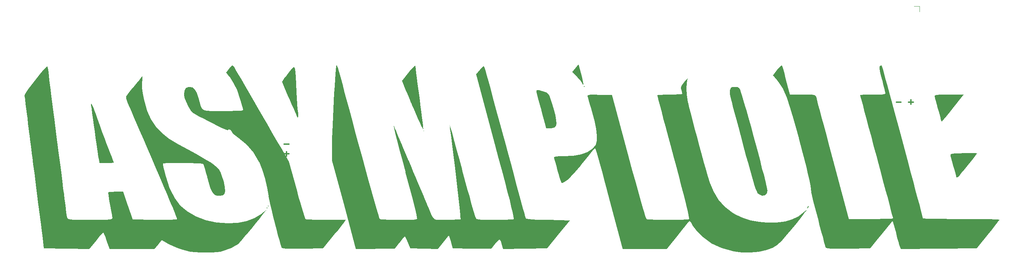
<source format=gbr>
%TF.GenerationSoftware,KiCad,Pcbnew,7.0.2*%
%TF.CreationDate,2023-05-23T19:20:25-05:00*%
%TF.ProjectId,Asymptote_PCB,4173796d-7074-46f7-9465-5f5043422e6b,rev?*%
%TF.SameCoordinates,Original*%
%TF.FileFunction,Legend,Top*%
%TF.FilePolarity,Positive*%
%FSLAX46Y46*%
G04 Gerber Fmt 4.6, Leading zero omitted, Abs format (unit mm)*
G04 Created by KiCad (PCBNEW 7.0.2) date 2023-05-23 19:20:25*
%MOMM*%
%LPD*%
G01*
G04 APERTURE LIST*
%ADD10C,0.300000*%
%ADD11C,0.120000*%
G04 APERTURE END LIST*
D10*
X92646428Y-83270000D02*
X91503571Y-83270000D01*
X92646428Y-80840000D02*
X91503571Y-80840000D01*
X92074999Y-80268571D02*
X92074999Y-81411428D01*
X92646428Y-78410000D02*
X91503571Y-78410000D01*
X245958928Y-68071250D02*
X244816071Y-68071250D01*
X245387499Y-67499821D02*
X245387499Y-68642678D01*
X242958928Y-68071250D02*
X241816071Y-68071250D01*
D11*
%TO.C,J1*%
X247471875Y-45827750D02*
X247471875Y-44497750D01*
X247471875Y-44497750D02*
X246141875Y-44497750D01*
%TO.C,G\u002A\u002A\u002A*%
G36*
X87423773Y-94137267D02*
G01*
X87305082Y-94255958D01*
X87186390Y-94137267D01*
X87305082Y-94018575D01*
X87423773Y-94137267D01*
G37*
G36*
X87661157Y-93662500D02*
G01*
X87542465Y-93781192D01*
X87423773Y-93662500D01*
X87542465Y-93543809D01*
X87661157Y-93662500D01*
G37*
G36*
X125879848Y-75146612D02*
G01*
X125761157Y-75265304D01*
X125642465Y-75146612D01*
X125761157Y-75027921D01*
X125879848Y-75146612D01*
G37*
G36*
X165285456Y-64226986D02*
G01*
X165166764Y-64345678D01*
X165048072Y-64226986D01*
X165166764Y-64108295D01*
X165285456Y-64226986D01*
G37*
G36*
X220285880Y-93907336D02*
G01*
X220150426Y-94081877D01*
X219950834Y-94231890D01*
X220000641Y-93994027D01*
X220017540Y-93948991D01*
X220205594Y-93658306D01*
X220312507Y-93656219D01*
X220285880Y-93907336D01*
G37*
G36*
X164427844Y-61246290D02*
G01*
X164683969Y-62255990D01*
X164866414Y-63087970D01*
X164954853Y-63641512D01*
X164946148Y-63814580D01*
X164819635Y-63771582D01*
X164810689Y-63686623D01*
X164658896Y-63398923D01*
X164256242Y-62871467D01*
X163681817Y-62205874D01*
X163524061Y-62033494D01*
X162237432Y-60643782D01*
X163005757Y-59728620D01*
X163774081Y-58813459D01*
X164427844Y-61246290D01*
G37*
G36*
X255703426Y-69568108D02*
G01*
X254853891Y-70635173D01*
X254108708Y-71560078D01*
X253516310Y-72283610D01*
X253125130Y-72746557D01*
X252985050Y-72891472D01*
X252874144Y-72687366D01*
X252705666Y-72179551D01*
X252655264Y-72001285D01*
X252480652Y-71365805D01*
X252224004Y-70437137D01*
X251930717Y-69379436D01*
X251818222Y-68974650D01*
X251557211Y-68006920D01*
X251353903Y-67197622D01*
X251237546Y-66665943D01*
X251221115Y-66541472D01*
X251341549Y-66420354D01*
X251740070Y-66334470D01*
X252468323Y-66279508D01*
X253577956Y-66251158D01*
X254776532Y-66244743D01*
X258334898Y-66244743D01*
X255703426Y-69568108D01*
G37*
G36*
X261262278Y-80663242D02*
G01*
X261633963Y-80686468D01*
X261663410Y-80697989D01*
X261523763Y-80906865D01*
X261146605Y-81405606D01*
X260594133Y-82115867D01*
X259928543Y-82959305D01*
X259212033Y-83857574D01*
X258506798Y-84732332D01*
X257875036Y-85505232D01*
X257378945Y-86097931D01*
X257345244Y-86137237D01*
X256872418Y-86603811D01*
X256604849Y-86672188D01*
X256567229Y-86612003D01*
X256465782Y-86262784D01*
X256275791Y-85566995D01*
X256027825Y-84637645D01*
X255841653Y-83929790D01*
X255569711Y-82893094D01*
X255333913Y-82000027D01*
X255165640Y-81369128D01*
X255106604Y-81153193D01*
X255102463Y-80992571D01*
X255241835Y-80877643D01*
X255593384Y-80798291D01*
X256225776Y-80744395D01*
X257207676Y-80705836D01*
X258328066Y-80678427D01*
X259524611Y-80658725D01*
X260530921Y-80653829D01*
X261262278Y-80663242D01*
G37*
G36*
X93997478Y-59572897D02*
G01*
X94142038Y-59976936D01*
X94240473Y-60751988D01*
X94317590Y-61931828D01*
X94398192Y-63550234D01*
X94402280Y-63633528D01*
X94504267Y-65605553D01*
X94600222Y-67215160D01*
X94698104Y-68574491D01*
X94805869Y-69795686D01*
X94911792Y-70814369D01*
X94963115Y-71582427D01*
X94897396Y-71891466D01*
X94715724Y-71740854D01*
X94419185Y-71129954D01*
X94409677Y-71107265D01*
X94193861Y-70602580D01*
X93828658Y-69761159D01*
X93356607Y-68680505D01*
X92820249Y-67458124D01*
X92522724Y-66782219D01*
X92001811Y-65588490D01*
X91556381Y-64545390D01*
X91218917Y-63730794D01*
X91021904Y-63222579D01*
X90984521Y-63094563D01*
X91121659Y-62834874D01*
X91491456Y-62292125D01*
X92031491Y-61555184D01*
X92461896Y-60991333D01*
X93039002Y-60249088D01*
X93470765Y-59742749D01*
X93781988Y-59506094D01*
X93997478Y-59572897D01*
G37*
G36*
X154020670Y-65189298D02*
G01*
X154846681Y-65383843D01*
X155497528Y-65573686D01*
X155938628Y-65759465D01*
X156302292Y-66064095D01*
X156624632Y-66557173D01*
X156941760Y-67308297D01*
X157289787Y-68387063D01*
X157684705Y-69788980D01*
X158081656Y-71344534D01*
X158313078Y-72511926D01*
X158382141Y-73346775D01*
X158292015Y-73904702D01*
X158045868Y-74241328D01*
X157942183Y-74307419D01*
X157505597Y-74444004D01*
X156901998Y-74530535D01*
X156304200Y-74556579D01*
X155885015Y-74511701D01*
X155790128Y-74437354D01*
X155730822Y-74182718D01*
X155565706Y-73542719D01*
X155313984Y-72590008D01*
X154994861Y-71397232D01*
X154627542Y-70037042D01*
X154603213Y-69947354D01*
X154232277Y-68567136D01*
X153908723Y-67338016D01*
X153651959Y-66335804D01*
X153481391Y-65636306D01*
X153416426Y-65315331D01*
X153416297Y-65310969D01*
X153559552Y-65166985D01*
X154020670Y-65189298D01*
G37*
G36*
X123714224Y-59344015D02*
G01*
X123807010Y-60017152D01*
X123931403Y-60967707D01*
X124074470Y-62098752D01*
X124088210Y-62209229D01*
X124264571Y-63610772D01*
X124478287Y-65281035D01*
X124703359Y-67018215D01*
X124913787Y-68620512D01*
X124929268Y-68737267D01*
X125174675Y-70593609D01*
X125361866Y-72031571D01*
X125496572Y-73103212D01*
X125584520Y-73860590D01*
X125631440Y-74355766D01*
X125643061Y-74640799D01*
X125625112Y-74767749D01*
X125595419Y-74790538D01*
X125465616Y-74585219D01*
X125188888Y-74022793D01*
X124802919Y-73183560D01*
X124345393Y-72147817D01*
X124230708Y-71882594D01*
X123735009Y-70732484D01*
X123280714Y-69680154D01*
X122914597Y-68833841D01*
X122683436Y-68301781D01*
X122666245Y-68262500D01*
X122444821Y-67743769D01*
X122098082Y-66916113D01*
X121680502Y-65910014D01*
X121391183Y-65208289D01*
X120428284Y-62866226D01*
X122020270Y-60857368D01*
X122666980Y-60063915D01*
X123197569Y-59455647D01*
X123550912Y-59099871D01*
X123665981Y-59045225D01*
X123714224Y-59344015D01*
G37*
G36*
X44335061Y-68759315D02*
G01*
X44640479Y-69429523D01*
X45025178Y-70426552D01*
X45160936Y-70806580D01*
X45755374Y-72489804D01*
X46338447Y-74124356D01*
X46879436Y-75625352D01*
X47347622Y-76907911D01*
X47712286Y-77887148D01*
X47891334Y-78351285D01*
X48378786Y-79585208D01*
X48830375Y-80741595D01*
X49215025Y-81739506D01*
X49501657Y-82498002D01*
X49659196Y-82936141D01*
X49679848Y-83009465D01*
X49466088Y-83048309D01*
X48919128Y-83076996D01*
X48180453Y-83094328D01*
X47391544Y-83099107D01*
X46693885Y-83090139D01*
X46228958Y-83066224D01*
X46117726Y-83039603D01*
X46080929Y-82793591D01*
X45986637Y-82213650D01*
X45877129Y-81555958D01*
X45762832Y-80835904D01*
X45598578Y-79749254D01*
X45399285Y-78399725D01*
X45179874Y-76891034D01*
X44955263Y-75326897D01*
X44740372Y-73811032D01*
X44550120Y-72447155D01*
X44399425Y-71338984D01*
X44323464Y-70755024D01*
X44213596Y-69926039D01*
X44105019Y-69177093D01*
X44079483Y-69015926D01*
X44036064Y-68521886D01*
X44127423Y-68446560D01*
X44335061Y-68759315D01*
G37*
G36*
X202767641Y-64409281D02*
G01*
X203193590Y-64672276D01*
X203463378Y-65047855D01*
X203610472Y-65417635D01*
X203861043Y-66193364D01*
X204200560Y-67321123D01*
X204614491Y-68746997D01*
X205088302Y-70417066D01*
X205607464Y-72277413D01*
X206157443Y-74274121D01*
X206723707Y-76353272D01*
X207291725Y-78460949D01*
X207846964Y-80543233D01*
X208374893Y-82546208D01*
X208860979Y-84415956D01*
X209290691Y-86098560D01*
X209649497Y-87540101D01*
X209922863Y-88686662D01*
X210096260Y-89484326D01*
X210155189Y-89876239D01*
X209978220Y-90653351D01*
X209516178Y-91095029D01*
X208855716Y-91161173D01*
X208103372Y-90825745D01*
X207919125Y-90665436D01*
X207734892Y-90423680D01*
X207539121Y-90063980D01*
X207320266Y-89549837D01*
X207066776Y-88844752D01*
X206767103Y-87912227D01*
X206409698Y-86715763D01*
X205983011Y-85218862D01*
X205475494Y-83385025D01*
X204875598Y-81177754D01*
X204171774Y-78560550D01*
X203893264Y-77520444D01*
X203193145Y-74901399D01*
X202607197Y-72700817D01*
X202126191Y-70878712D01*
X201740900Y-69395098D01*
X201442096Y-68209989D01*
X201220549Y-67283400D01*
X201067032Y-66575343D01*
X200972317Y-66045834D01*
X200927174Y-65654885D01*
X200922377Y-65362511D01*
X200948696Y-65128726D01*
X200990021Y-64940696D01*
X201158367Y-64550189D01*
X201501831Y-64380106D01*
X202087860Y-64345678D01*
X202767641Y-64409281D01*
G37*
G36*
X78925874Y-59109621D02*
G01*
X79075782Y-59286646D01*
X79261450Y-59582876D01*
X79655637Y-60243795D01*
X80230801Y-61222169D01*
X80959398Y-62470768D01*
X81813886Y-63942359D01*
X82766721Y-65589712D01*
X83790361Y-67365594D01*
X84033189Y-67787734D01*
X85159857Y-69745940D01*
X86299282Y-71724142D01*
X87409386Y-73649439D01*
X88448092Y-75448934D01*
X89373323Y-77049725D01*
X90143001Y-78378912D01*
X90678482Y-79300818D01*
X92682862Y-82742874D01*
X94575361Y-89738938D01*
X95056261Y-91489234D01*
X95510725Y-93091521D01*
X95921269Y-94488127D01*
X96270409Y-95621379D01*
X96540660Y-96433606D01*
X96714540Y-96867136D01*
X96752826Y-96921360D01*
X97067954Y-96975120D01*
X97781452Y-97016761D01*
X98817035Y-97044405D01*
X100098417Y-97056172D01*
X101549312Y-97050183D01*
X101845038Y-97046791D01*
X103296768Y-97033955D01*
X104571792Y-97033322D01*
X105599667Y-97044046D01*
X106309950Y-97065278D01*
X106632195Y-97096171D01*
X106644017Y-97104556D01*
X106498836Y-97317508D01*
X106099960Y-97838509D01*
X105494220Y-98608068D01*
X104728448Y-99566692D01*
X103849476Y-100654890D01*
X103841021Y-100665304D01*
X101046291Y-104107360D01*
X96009774Y-104171443D01*
X94250597Y-104187429D01*
X92916833Y-104183286D01*
X91959465Y-104156755D01*
X91329474Y-104105576D01*
X90977845Y-104027490D01*
X90859493Y-103934060D01*
X90633692Y-103251326D01*
X90330047Y-102212728D01*
X89970126Y-100904183D01*
X89575498Y-99411608D01*
X89167731Y-97820920D01*
X88768395Y-96218037D01*
X88399058Y-94688875D01*
X88081289Y-93319352D01*
X87836657Y-92195385D01*
X87686730Y-91402891D01*
X87655175Y-91169977D01*
X87346824Y-89162661D01*
X86822853Y-86973461D01*
X86141384Y-84808397D01*
X85360537Y-82873490D01*
X85246892Y-82633309D01*
X83944868Y-80467247D01*
X82279198Y-78558898D01*
X80352891Y-77010883D01*
X79605228Y-76449765D01*
X78981181Y-75867209D01*
X78670343Y-75471852D01*
X78311319Y-75009334D01*
X77958096Y-74793070D01*
X77725840Y-74873583D01*
X77691063Y-75042253D01*
X77494302Y-75008833D01*
X76953898Y-74788729D01*
X76144668Y-74419517D01*
X75141430Y-73938774D01*
X74019002Y-73384077D01*
X72852201Y-72793004D01*
X71715845Y-72203132D01*
X70684752Y-71652038D01*
X69833739Y-71177298D01*
X69237623Y-70816491D01*
X69125341Y-70740121D01*
X68507556Y-70106566D01*
X67902112Y-69162190D01*
X67387251Y-68066342D01*
X67041217Y-66978372D01*
X66940597Y-66290733D01*
X67005218Y-65281697D01*
X67320571Y-64653670D01*
X67910728Y-64370496D01*
X68235592Y-64345678D01*
X68934729Y-64494912D01*
X69515798Y-64972821D01*
X70012765Y-65824712D01*
X70459594Y-67095894D01*
X70555694Y-67440612D01*
X70793709Y-68365563D01*
X70987811Y-69066091D01*
X71202962Y-69573079D01*
X71504126Y-69917414D01*
X71956264Y-70129981D01*
X72624339Y-70241664D01*
X73573313Y-70283349D01*
X74868150Y-70285920D01*
X76528496Y-70280257D01*
X78189619Y-70277847D01*
X79433494Y-70267343D01*
X80317631Y-70243834D01*
X80899537Y-70202407D01*
X81236721Y-70138152D01*
X81386691Y-70046158D01*
X81406956Y-69921512D01*
X81392695Y-69864837D01*
X81271799Y-69458919D01*
X81057590Y-68726119D01*
X80787825Y-67795871D01*
X80661635Y-67358672D01*
X79919321Y-65159566D01*
X79063317Y-63352277D01*
X78057163Y-61860178D01*
X78028513Y-61824702D01*
X77235141Y-60846717D01*
X77997214Y-59851651D01*
X78449144Y-59287754D01*
X78725343Y-59057884D01*
X78925874Y-59109621D01*
G37*
G36*
X238239388Y-59062081D02*
G01*
X238314216Y-59310243D01*
X238500419Y-59975437D01*
X238786799Y-61016025D01*
X239162159Y-62390368D01*
X239615302Y-64056828D01*
X240135031Y-65973766D01*
X240710149Y-68099543D01*
X241329458Y-70392521D01*
X241981762Y-72811061D01*
X242655863Y-75313524D01*
X243340564Y-77858271D01*
X244024670Y-80403665D01*
X244696981Y-82908065D01*
X245346301Y-85329834D01*
X245961434Y-87627333D01*
X246531182Y-89758924D01*
X247044347Y-91682966D01*
X247489734Y-93357823D01*
X247856144Y-94741854D01*
X248132381Y-95793422D01*
X248307248Y-96470888D01*
X248369547Y-96732613D01*
X248369568Y-96733272D01*
X248598522Y-96762654D01*
X249251673Y-96789807D01*
X250278454Y-96814009D01*
X251628299Y-96834538D01*
X253250639Y-96850672D01*
X255094909Y-96861689D01*
X257110541Y-96866866D01*
X257746203Y-96867173D01*
X259803646Y-96871520D01*
X261704978Y-96883922D01*
X263399639Y-96903417D01*
X264837070Y-96929046D01*
X265966712Y-96959849D01*
X266738006Y-96994866D01*
X267100391Y-97033137D01*
X267121812Y-97045211D01*
X266978578Y-97277209D01*
X266580796Y-97815367D01*
X265975333Y-98599029D01*
X265209054Y-99567540D01*
X264328824Y-100660246D01*
X264324715Y-100665304D01*
X261528645Y-104107360D01*
X252214373Y-104169466D01*
X242900102Y-104231571D01*
X242690611Y-103680567D01*
X242550697Y-103244304D01*
X242322587Y-102458240D01*
X242037339Y-101432121D01*
X241726013Y-100275690D01*
X241712005Y-100222790D01*
X240942891Y-97316018D01*
X240205295Y-98196664D01*
X239774612Y-98717745D01*
X239129797Y-99506377D01*
X238354288Y-100460172D01*
X237531520Y-101476739D01*
X237438212Y-101592335D01*
X235408725Y-104107360D01*
X230014253Y-104171177D01*
X228189261Y-104186914D01*
X226791197Y-104184153D01*
X225772510Y-104160842D01*
X225085648Y-104114931D01*
X224683057Y-104044367D01*
X224517185Y-103947100D01*
X224511023Y-103933794D01*
X224351589Y-103429462D01*
X224100854Y-102560237D01*
X223778618Y-101401259D01*
X223404681Y-100027673D01*
X222998842Y-98514619D01*
X222580902Y-96937241D01*
X222170661Y-95370680D01*
X221787918Y-93890079D01*
X221452474Y-92570580D01*
X221184128Y-91487326D01*
X221002680Y-90715458D01*
X220928839Y-90339136D01*
X220801944Y-89345121D01*
X220630007Y-88277608D01*
X220400769Y-87083062D01*
X220101967Y-85707945D01*
X219721343Y-84098719D01*
X219246636Y-82201848D01*
X218665585Y-79963795D01*
X217965929Y-77331022D01*
X217856079Y-76921420D01*
X217113330Y-74184687D01*
X216462404Y-71862875D01*
X215885609Y-69908941D01*
X215365250Y-68275844D01*
X214883634Y-66916543D01*
X214423067Y-65783995D01*
X213965856Y-64831159D01*
X213494307Y-64010993D01*
X212990727Y-63276455D01*
X212482122Y-62633703D01*
X211546125Y-61515186D01*
X212546858Y-60189724D01*
X213060141Y-59562856D01*
X213473763Y-59154484D01*
X213704305Y-59045935D01*
X213712751Y-59053101D01*
X213826840Y-59338418D01*
X214031710Y-59999434D01*
X214302799Y-60951302D01*
X214615546Y-62109179D01*
X214781023Y-62743341D01*
X215684135Y-66244743D01*
X218824399Y-66244743D01*
X220110843Y-66250898D01*
X220998986Y-66275867D01*
X221565206Y-66329409D01*
X221885882Y-66421285D01*
X222037393Y-66561251D01*
X222075732Y-66660164D01*
X222155136Y-66956262D01*
X222347022Y-67671385D01*
X222640786Y-68766025D01*
X223025823Y-70200671D01*
X223491529Y-71935815D01*
X224027300Y-73931949D01*
X224622532Y-76149563D01*
X225266621Y-78549149D01*
X225948963Y-81091197D01*
X226185227Y-81971379D01*
X230183652Y-96867173D01*
X235597171Y-96867173D01*
X237143150Y-96860835D01*
X238517078Y-96843065D01*
X239652407Y-96815726D01*
X240482587Y-96780681D01*
X240941071Y-96739796D01*
X241010689Y-96715556D01*
X240950701Y-96466110D01*
X240777544Y-95796623D01*
X240501429Y-94745507D01*
X240132568Y-93351176D01*
X239681174Y-91652042D01*
X239157457Y-89686519D01*
X238571629Y-87493020D01*
X237933902Y-85109957D01*
X237254487Y-82575743D01*
X236975175Y-81535191D01*
X236282126Y-78952246D01*
X235626694Y-76505724D01*
X235019086Y-74233969D01*
X234469510Y-72175324D01*
X233988173Y-70368134D01*
X233585283Y-68850742D01*
X233271045Y-67661493D01*
X233055668Y-66838730D01*
X232949359Y-66420797D01*
X232939661Y-66375593D01*
X233162344Y-66326917D01*
X233771633Y-66286451D01*
X234679390Y-66257933D01*
X235797474Y-66245100D01*
X236025643Y-66244743D01*
X237313628Y-66236548D01*
X238196611Y-66206686D01*
X238744156Y-66147246D01*
X239025827Y-66050313D01*
X239111191Y-65907974D01*
X239111624Y-65893706D01*
X239051887Y-65542041D01*
X238888573Y-64831150D01*
X238645523Y-63859154D01*
X238346579Y-62724174D01*
X238296222Y-62537946D01*
X237963387Y-61279530D01*
X237756576Y-60397953D01*
X237664372Y-59815614D01*
X237675360Y-59454912D01*
X237778126Y-59238248D01*
X237806321Y-59207723D01*
X238116879Y-59018416D01*
X238239388Y-59062081D01*
G37*
G36*
X190576824Y-62308756D02*
G01*
X190569556Y-62327921D01*
X190319820Y-63376439D01*
X190251618Y-64754006D01*
X190362674Y-66351927D01*
X190650715Y-68061508D01*
X190693564Y-68253716D01*
X190976252Y-69440240D01*
X191354828Y-70954908D01*
X191809337Y-72723924D01*
X192319822Y-74673492D01*
X192866326Y-76729815D01*
X193428893Y-78819097D01*
X193987565Y-80867539D01*
X194522386Y-82801347D01*
X195013400Y-84546723D01*
X195440649Y-86029870D01*
X195784178Y-87176993D01*
X195959932Y-87727921D01*
X196944844Y-90133232D01*
X198183127Y-92163124D01*
X199713079Y-93865435D01*
X201572998Y-95288004D01*
X202410313Y-95785202D01*
X204221073Y-96652320D01*
X206080759Y-97248355D01*
X208131255Y-97610287D01*
X209965692Y-97754386D01*
X212389926Y-97757614D01*
X214456633Y-97517068D01*
X216225089Y-97016304D01*
X217754569Y-96238879D01*
X219028277Y-95240278D01*
X219478371Y-94834290D01*
X219706669Y-94671654D01*
X219699523Y-94773291D01*
X219443281Y-95160121D01*
X218924295Y-95853065D01*
X218128916Y-96873044D01*
X217192437Y-98054089D01*
X215872140Y-99689936D01*
X214781365Y-100987277D01*
X213873649Y-101993917D01*
X213102530Y-102757661D01*
X212421547Y-103326314D01*
X211784237Y-103747682D01*
X211518307Y-103892290D01*
X209947401Y-104503066D01*
X208071338Y-104918785D01*
X206023159Y-105127114D01*
X203935904Y-105115717D01*
X201942614Y-104872259D01*
X201631901Y-104808912D01*
X198890835Y-104009762D01*
X196477334Y-102874338D01*
X194397083Y-101406319D01*
X192655766Y-99609384D01*
X191836394Y-98469510D01*
X191431265Y-97857251D01*
X191139034Y-97447745D01*
X191041927Y-97341940D01*
X190879144Y-97517922D01*
X190467783Y-98007404D01*
X189855265Y-98752685D01*
X189089009Y-99696065D01*
X188216436Y-100779845D01*
X188213108Y-100783996D01*
X185453091Y-104226052D01*
X174630290Y-104226052D01*
X171346109Y-91941472D01*
X170720233Y-89608042D01*
X170127440Y-87412755D01*
X169579572Y-85398449D01*
X169088469Y-83607965D01*
X168665972Y-82084141D01*
X168323922Y-80869816D01*
X168074160Y-80007831D01*
X167928527Y-79541023D01*
X167898852Y-79469623D01*
X167679360Y-79526008D01*
X167320094Y-79889159D01*
X167163419Y-80097372D01*
X166815667Y-80562679D01*
X166233493Y-81309271D01*
X165484331Y-82251987D01*
X164635616Y-83305662D01*
X164160574Y-83889678D01*
X163005964Y-85243940D01*
X161954232Y-86360581D01*
X161041809Y-87207889D01*
X160305124Y-87754155D01*
X159780609Y-87967669D01*
X159555397Y-87898210D01*
X159433678Y-87614158D01*
X159221156Y-86967686D01*
X158947985Y-86055473D01*
X158650812Y-84998014D01*
X158347651Y-83890120D01*
X158081413Y-82923215D01*
X157881878Y-82205075D01*
X157781612Y-81852687D01*
X157766557Y-81661941D01*
X157912875Y-81539887D01*
X158300978Y-81471232D01*
X159011277Y-81440686D01*
X159987683Y-81433145D01*
X162394166Y-81312517D01*
X164403024Y-80961131D01*
X166008845Y-80380922D01*
X167206214Y-79573822D01*
X167968849Y-78582617D01*
X168254108Y-77631817D01*
X168301747Y-76325700D01*
X168110198Y-74652071D01*
X167677892Y-72598734D01*
X167003262Y-70153496D01*
X166799710Y-69489624D01*
X166477896Y-68429031D01*
X166217658Y-67516037D01*
X166048278Y-66857056D01*
X165997605Y-66574587D01*
X166069995Y-66430924D01*
X166334107Y-66337814D01*
X166860355Y-66288742D01*
X167719154Y-66277190D01*
X168980917Y-66296642D01*
X168996981Y-66296997D01*
X171996356Y-66363435D01*
X176061524Y-81506750D01*
X176924006Y-84703023D01*
X177705554Y-87565426D01*
X178401340Y-90077163D01*
X179006533Y-92221439D01*
X179516304Y-93981455D01*
X179925822Y-95340416D01*
X180230258Y-96281525D01*
X180424781Y-96787986D01*
X180480373Y-96873676D01*
X180824483Y-96944067D01*
X181554403Y-97001171D01*
X182581688Y-97044759D01*
X183817892Y-97074600D01*
X185174569Y-97090465D01*
X186563273Y-97092124D01*
X187895559Y-97079347D01*
X189082981Y-97051905D01*
X190037094Y-97009567D01*
X190669451Y-96952103D01*
X190876734Y-96900691D01*
X190916260Y-96767421D01*
X190892423Y-96436965D01*
X190798558Y-95882092D01*
X190628001Y-95075571D01*
X190374085Y-93990171D01*
X190030145Y-92598663D01*
X189589517Y-90873815D01*
X189045535Y-88788398D01*
X188391533Y-86315179D01*
X187620847Y-83426929D01*
X187137949Y-81626037D01*
X186443641Y-79038101D01*
X185786945Y-76586001D01*
X185178057Y-74308084D01*
X184627170Y-72242700D01*
X184144481Y-70428196D01*
X183740183Y-68902920D01*
X183424472Y-67705222D01*
X183207542Y-66873450D01*
X183099589Y-66445952D01*
X183089194Y-66396361D01*
X183311873Y-66339959D01*
X183921154Y-66293071D01*
X184828899Y-66260027D01*
X185946971Y-66245157D01*
X186175175Y-66244743D01*
X187323142Y-66231784D01*
X188277481Y-66196324D01*
X188950057Y-66143494D01*
X189252737Y-66078424D01*
X189261157Y-66065139D01*
X189200921Y-65734373D01*
X189053599Y-65162716D01*
X189030608Y-65081660D01*
X188930898Y-64613811D01*
X188984122Y-64220738D01*
X189243254Y-63759986D01*
X189761269Y-63089098D01*
X189780365Y-63065470D01*
X190237869Y-62530760D01*
X190522261Y-62260853D01*
X190576824Y-62308756D01*
G37*
G36*
X104635496Y-59435219D02*
G01*
X104760469Y-59845570D01*
X104867290Y-60239779D01*
X105087204Y-61054958D01*
X105410112Y-62253571D01*
X105825915Y-63798083D01*
X106324514Y-65650958D01*
X106895811Y-67774661D01*
X107529708Y-70131656D01*
X108216105Y-72684408D01*
X108944904Y-75395381D01*
X109706007Y-78227040D01*
X109858574Y-78794722D01*
X110664247Y-81779964D01*
X111428578Y-84587277D01*
X112142706Y-87185423D01*
X112797769Y-89543160D01*
X113384906Y-91629249D01*
X113895257Y-93412451D01*
X114319961Y-94861525D01*
X114650157Y-95945230D01*
X114876985Y-96632329D01*
X114991544Y-96891555D01*
X115324029Y-96957505D01*
X116049335Y-97015097D01*
X117085542Y-97060653D01*
X118350728Y-97090496D01*
X119655990Y-97100921D01*
X121239962Y-97096093D01*
X122409058Y-97075579D01*
X123223035Y-97034893D01*
X123741652Y-96969544D01*
X124024667Y-96875045D01*
X124125921Y-96765162D01*
X124091757Y-96474612D01*
X123943772Y-95771752D01*
X123693369Y-94702225D01*
X123351948Y-93311676D01*
X122930911Y-91645748D01*
X122441660Y-89750087D01*
X121895595Y-87670337D01*
X121304120Y-85452141D01*
X121246096Y-85236291D01*
X120477073Y-82366080D01*
X119833897Y-79939465D01*
X119313490Y-77943114D01*
X118912774Y-76363695D01*
X118628673Y-75187879D01*
X118458109Y-74402333D01*
X118398005Y-73993726D01*
X118445283Y-73948728D01*
X118596867Y-74254006D01*
X118849679Y-74896231D01*
X118874751Y-74963283D01*
X119226366Y-75869222D01*
X119600951Y-76780665D01*
X119715393Y-77045678D01*
X119933626Y-77551010D01*
X120300583Y-78411782D01*
X120781351Y-79545619D01*
X121341016Y-80870146D01*
X121944667Y-82302990D01*
X122079742Y-82624183D01*
X122679281Y-84050147D01*
X123233345Y-85367685D01*
X123709360Y-86499358D01*
X124074750Y-87367725D01*
X124296942Y-87895346D01*
X124326453Y-87965304D01*
X125058690Y-89699034D01*
X125634698Y-91061444D01*
X126082564Y-92118742D01*
X126430376Y-92937137D01*
X126706222Y-93582837D01*
X126938187Y-94122049D01*
X126944759Y-94137267D01*
X127305505Y-94983609D01*
X127640869Y-95788340D01*
X127766909Y-96098697D01*
X128122779Y-96674471D01*
X128561177Y-96993037D01*
X128580459Y-96998285D01*
X129009359Y-97041890D01*
X129798162Y-97066833D01*
X130832299Y-97071188D01*
X131933119Y-97054611D01*
X134781717Y-96985865D01*
X134768955Y-96155024D01*
X134745809Y-95731059D01*
X134683584Y-95028247D01*
X134579644Y-94024190D01*
X134431353Y-92696495D01*
X134236072Y-91022765D01*
X133991166Y-88980603D01*
X133693997Y-86547616D01*
X133341929Y-83701406D01*
X132932326Y-80419578D01*
X132672845Y-78351387D01*
X132497060Y-76928597D01*
X132348202Y-75677325D01*
X132234390Y-74669796D01*
X132163742Y-73978232D01*
X132144378Y-73674857D01*
X132146310Y-73667378D01*
X132216560Y-73878457D01*
X132397232Y-74505049D01*
X132676476Y-75503914D01*
X133042443Y-76831815D01*
X133483285Y-78445511D01*
X133987151Y-80301764D01*
X134542192Y-82357336D01*
X135136561Y-84568986D01*
X135261170Y-85033927D01*
X135869767Y-87288403D01*
X136450952Y-89408091D01*
X136991689Y-91347754D01*
X137478947Y-93062155D01*
X137899692Y-94506057D01*
X138240890Y-95634221D01*
X138489508Y-96401412D01*
X138632513Y-96762390D01*
X138645364Y-96780085D01*
X138878254Y-96902294D01*
X139335029Y-96991465D01*
X140072990Y-97051561D01*
X141149440Y-97086544D01*
X142621679Y-97100376D01*
X143285122Y-97100921D01*
X144680636Y-97090542D01*
X145918457Y-97063934D01*
X146917690Y-97024240D01*
X147597439Y-96974599D01*
X147871038Y-96922884D01*
X147880910Y-96717620D01*
X147790589Y-96169006D01*
X147596801Y-95263986D01*
X147296271Y-93989503D01*
X146885726Y-92332499D01*
X146361891Y-90279916D01*
X145721492Y-87818698D01*
X144961254Y-84935787D01*
X144077905Y-81618126D01*
X143381012Y-79016898D01*
X138620356Y-61285315D01*
X139520406Y-60186922D01*
X140020997Y-59637978D01*
X140416255Y-59316715D01*
X140596780Y-59283926D01*
X140684231Y-59538496D01*
X140884338Y-60217120D01*
X141187571Y-61285076D01*
X141584401Y-62707645D01*
X142065297Y-64450107D01*
X142620729Y-66477739D01*
X143241168Y-68755823D01*
X143917083Y-71249637D01*
X144638945Y-73924461D01*
X145397224Y-76745574D01*
X145716685Y-77937399D01*
X146487651Y-80811312D01*
X147226200Y-83555314D01*
X147922775Y-86134439D01*
X148567820Y-88513722D01*
X149151778Y-90658196D01*
X149665091Y-92532895D01*
X150098203Y-94102853D01*
X150441557Y-95333103D01*
X150685595Y-96188680D01*
X150820762Y-96634617D01*
X150842331Y-96690670D01*
X151056067Y-96798345D01*
X151577220Y-96888360D01*
X152442996Y-96963511D01*
X153690602Y-97026590D01*
X155357242Y-97080393D01*
X156353366Y-97104556D01*
X161682339Y-97223248D01*
X158893045Y-100665304D01*
X156103752Y-104107360D01*
X150651788Y-104170968D01*
X145199825Y-104234576D01*
X144894535Y-103043398D01*
X144687548Y-102371425D01*
X144487728Y-101939469D01*
X144391142Y-101852220D01*
X144153761Y-102026577D01*
X143732850Y-102480757D01*
X143285509Y-103032440D01*
X142377979Y-104212660D01*
X137646165Y-104160010D01*
X132914352Y-104107360D01*
X132423735Y-102490737D01*
X131933119Y-100874113D01*
X130561806Y-102556561D01*
X129190492Y-104239010D01*
X125816773Y-104173185D01*
X122443055Y-104107360D01*
X121846965Y-102626343D01*
X121530374Y-101880713D01*
X121272670Y-101347829D01*
X121129490Y-101142705D01*
X121129269Y-101142698D01*
X120938335Y-101316115D01*
X120537489Y-101779653D01*
X120002595Y-102444313D01*
X119823661Y-102674376D01*
X118639661Y-104208682D01*
X109118105Y-104226052D01*
X106163930Y-93365771D01*
X103209755Y-82505491D01*
X103225303Y-79538201D01*
X103241878Y-78463862D01*
X103280040Y-77091903D01*
X103336682Y-75481983D01*
X103408697Y-73693756D01*
X103492978Y-71786880D01*
X103586418Y-69821009D01*
X103685910Y-67855800D01*
X103788346Y-65950910D01*
X103890620Y-64165994D01*
X103989624Y-62560709D01*
X104082251Y-61194710D01*
X104165394Y-60127654D01*
X104235946Y-59419197D01*
X104288063Y-59133421D01*
X104446738Y-59064839D01*
X104635496Y-59435219D01*
G37*
G36*
X33408936Y-59514044D02*
G01*
X33529310Y-60122809D01*
X33621507Y-60836910D01*
X33705748Y-61589483D01*
X33852353Y-62812344D01*
X34061277Y-64505131D01*
X34332473Y-66667487D01*
X34665897Y-69299051D01*
X35061502Y-72399463D01*
X35519245Y-75968364D01*
X36039078Y-80005395D01*
X36040055Y-80012968D01*
X36418682Y-82949473D01*
X36741352Y-85454443D01*
X37013050Y-87567180D01*
X37238763Y-89326986D01*
X37423476Y-90773164D01*
X37572176Y-91945018D01*
X37689849Y-92881849D01*
X37781481Y-93622960D01*
X37852057Y-94207655D01*
X37906565Y-94675236D01*
X37949989Y-95065005D01*
X37952353Y-95086799D01*
X38072827Y-95899779D01*
X38225881Y-96538238D01*
X38343813Y-96807827D01*
X38561265Y-96913092D01*
X39052629Y-96992470D01*
X39861759Y-97048354D01*
X41032511Y-97083139D01*
X42608738Y-97099217D01*
X43714989Y-97100921D01*
X45240606Y-97091609D01*
X46613040Y-97067613D01*
X47758694Y-97031490D01*
X48603971Y-96985799D01*
X49075276Y-96933096D01*
X49140084Y-96912368D01*
X49311902Y-96609360D01*
X49240136Y-96008621D01*
X49214309Y-95907124D01*
X49029607Y-95092813D01*
X48870822Y-94210613D01*
X48859925Y-94137267D01*
X48733451Y-93347490D01*
X48561161Y-92371169D01*
X48456659Y-91815528D01*
X48335056Y-91059669D01*
X48292395Y-90507897D01*
X48323406Y-90310842D01*
X48609279Y-90243437D01*
X49240296Y-90188587D01*
X50086840Y-90157057D01*
X50195438Y-90155369D01*
X51934988Y-90132376D01*
X53128714Y-93559120D01*
X54322440Y-96985865D01*
X59640227Y-97049866D01*
X61184235Y-97060537D01*
X62567341Y-97055019D01*
X63719510Y-97034826D01*
X64570704Y-97001473D01*
X65050889Y-96956474D01*
X65129038Y-96931175D01*
X65097669Y-96662216D01*
X64899947Y-96038195D01*
X64564268Y-95137035D01*
X64119027Y-94036656D01*
X63808160Y-93306425D01*
X63309891Y-92152565D01*
X62668288Y-90660236D01*
X61925558Y-88927981D01*
X61123907Y-87054342D01*
X60305541Y-85137862D01*
X59537884Y-83336332D01*
X58665402Y-81288510D01*
X57785799Y-79227939D01*
X56923339Y-77211143D01*
X56102287Y-75294651D01*
X55346907Y-73534990D01*
X54681463Y-71988684D01*
X54130219Y-70712263D01*
X53717440Y-69762251D01*
X53474967Y-69212033D01*
X52967173Y-67998549D01*
X52706159Y-67165782D01*
X52685761Y-66692675D01*
X52718239Y-66627161D01*
X52962219Y-66310931D01*
X53409610Y-65745316D01*
X53993495Y-65013496D01*
X54646960Y-64198654D01*
X55303089Y-63383969D01*
X55894967Y-62652622D01*
X56355679Y-62087795D01*
X56618309Y-61772668D01*
X56654197Y-61734463D01*
X56659535Y-61952575D01*
X56645010Y-62530937D01*
X56613719Y-63355589D01*
X56604206Y-63574183D01*
X56601119Y-64724290D01*
X56716269Y-65857296D01*
X56973129Y-67158904D01*
X57147916Y-67875560D01*
X57885506Y-70277418D01*
X58815463Y-72336065D01*
X59993671Y-74121621D01*
X61476014Y-75704206D01*
X63318375Y-77153939D01*
X65576639Y-78540939D01*
X65704129Y-78611362D01*
X67922335Y-79832588D01*
X69762702Y-80852090D01*
X71264224Y-81695425D01*
X72465892Y-82388150D01*
X73406697Y-82955821D01*
X74125630Y-83423996D01*
X74661685Y-83818230D01*
X75053851Y-84164082D01*
X75341122Y-84487107D01*
X75562487Y-84812862D01*
X75756940Y-85166905D01*
X75782790Y-85217349D01*
X76086487Y-85929064D01*
X76413112Y-86870833D01*
X76633010Y-87623467D01*
X76935391Y-89007583D01*
X76999900Y-90014503D01*
X76815662Y-90684015D01*
X76371802Y-91055909D01*
X75663655Y-91169977D01*
X75026579Y-91134244D01*
X74519804Y-90988042D01*
X74104645Y-90672869D01*
X73742415Y-90130222D01*
X73394428Y-89301599D01*
X73021997Y-88128498D01*
X72586435Y-86552414D01*
X72570371Y-86492228D01*
X72264596Y-85370548D01*
X71990303Y-84409649D01*
X71775985Y-83706307D01*
X71650134Y-83357297D01*
X71644324Y-83346901D01*
X71378370Y-83280751D01*
X70724643Y-83222456D01*
X69770086Y-83173111D01*
X68601646Y-83133808D01*
X67306266Y-83105640D01*
X65970891Y-83089700D01*
X64682467Y-83087082D01*
X63527937Y-83098879D01*
X62594247Y-83126183D01*
X61968340Y-83170088D01*
X61742059Y-83222408D01*
X61744982Y-83497231D01*
X61866499Y-84124442D01*
X62079227Y-85004661D01*
X62355780Y-86038510D01*
X62668774Y-87126609D01*
X62990823Y-88169579D01*
X63294543Y-89068041D01*
X63500020Y-89602021D01*
X64619830Y-91766311D01*
X66021247Y-93585157D01*
X67726128Y-95073953D01*
X69756330Y-96248091D01*
X72133710Y-97122966D01*
X74880123Y-97713971D01*
X75055675Y-97740527D01*
X77591542Y-97950284D01*
X80006922Y-97826484D01*
X82238461Y-97382677D01*
X84222804Y-96632412D01*
X85896596Y-95589239D01*
X86168812Y-95363787D01*
X86704065Y-94917819D01*
X87021076Y-94690401D01*
X87052300Y-94729891D01*
X87050261Y-94732744D01*
X86679922Y-95220376D01*
X86088960Y-95967386D01*
X85334567Y-96904359D01*
X84473932Y-97961876D01*
X83564246Y-99070520D01*
X82662699Y-100160875D01*
X81826482Y-101163522D01*
X81112785Y-102009044D01*
X80578798Y-102628024D01*
X80281712Y-102951045D01*
X80272136Y-102959986D01*
X79556979Y-103458393D01*
X78530156Y-103981152D01*
X77345812Y-104460830D01*
X76158091Y-104829994D01*
X75809321Y-104912310D01*
X74930047Y-105033154D01*
X73723784Y-105109197D01*
X72336233Y-105139980D01*
X70913097Y-105125043D01*
X69600076Y-105063927D01*
X68542873Y-104956173D01*
X68413425Y-104935631D01*
X67167907Y-104639031D01*
X65719383Y-104163870D01*
X64266396Y-103584889D01*
X63007487Y-102976827D01*
X62627591Y-102757569D01*
X61451036Y-102033709D01*
X60525785Y-103129880D01*
X59600535Y-104226052D01*
X48605854Y-104226052D01*
X47906424Y-102208295D01*
X47582714Y-101317536D01*
X47303618Y-100627789D01*
X47111318Y-100239898D01*
X47062465Y-100190538D01*
X46864241Y-100364326D01*
X46438450Y-100835170D01*
X45851457Y-101527288D01*
X45291788Y-102212497D01*
X43665638Y-104234456D01*
X38067627Y-104170908D01*
X32469615Y-104107360D01*
X32079842Y-100902687D01*
X31932974Y-99709809D01*
X31740185Y-98165740D01*
X31516564Y-96390117D01*
X31277201Y-94502580D01*
X31037186Y-92622766D01*
X30942105Y-91882126D01*
X30688492Y-89900650D01*
X30413115Y-87732974D01*
X30135591Y-85534600D01*
X29875538Y-83461029D01*
X29652571Y-81667761D01*
X29609492Y-81318575D01*
X29424108Y-79822647D01*
X29251443Y-78446969D01*
X29102343Y-77276582D01*
X28987654Y-76396527D01*
X28918221Y-75891843D01*
X28913167Y-75858762D01*
X28848180Y-75389533D01*
X28739390Y-74544116D01*
X28598739Y-73417804D01*
X28438166Y-72105891D01*
X28318264Y-71111098D01*
X28153362Y-69742769D01*
X28002722Y-68509083D01*
X27877500Y-67500165D01*
X27788854Y-66806142D01*
X27753445Y-66548808D01*
X27821279Y-66216632D01*
X28113474Y-65667110D01*
X28653712Y-64864700D01*
X29465677Y-63773861D01*
X30399137Y-62578220D01*
X31268293Y-61497220D01*
X32041560Y-60566697D01*
X32670114Y-59842883D01*
X33105127Y-59382012D01*
X33297520Y-59240154D01*
X33408936Y-59514044D01*
G37*
%TD*%
M02*

</source>
